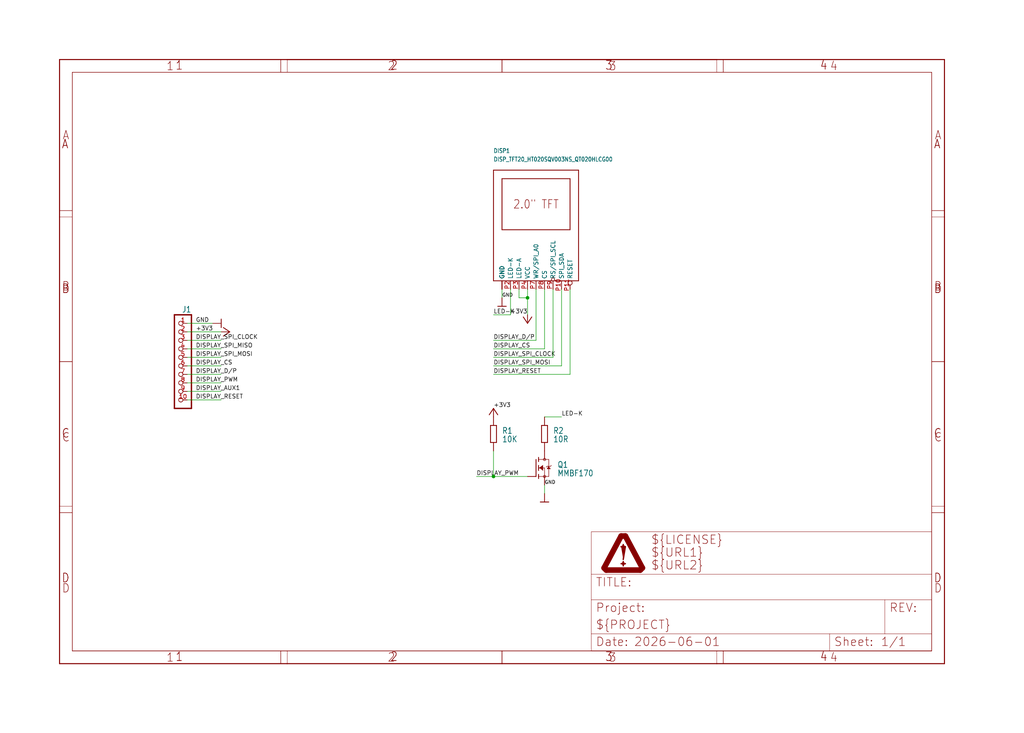
<source format=kicad_sch>
(kicad_sch (version 20230121) (generator eeschema)
  (paper "User" 305.689 218.821)
  (lib_symbols
    (symbol "working-eagle-import:CON-FPC_X05B20L10T"
      (property "Reference" "J" (at -1.27 15.875 0))
      (symbol "CON-FPC_X05B20L10T_1_0"
        (polyline (pts (xy -1.27 -12.7) (xy -1.27 15.24)) (stroke (width 0.4064)))
        (polyline (pts (xy -1.27 15.24) (xy 3.81 15.24)) (stroke (width 0.4064)))
        (polyline (pts (xy 3.81 -12.7) (xy -1.27 -12.7)) (stroke (width 0.4064)))
        (polyline (pts (xy 3.81 15.24) (xy 3.81 -12.7)) (stroke (width 0.4064)))
        (pin passive inverted (at 0 12.7 0) (length 2.54) (name "1") (number "1"))
        (pin passive inverted (at 0 -10.16 0) (length 2.54) (name "10") (number "10"))
        (pin passive inverted (at 0 10.16 0) (length 2.54) (name "2") (number "2"))
        (pin passive inverted (at 0 7.62 0) (length 2.54) (name "3") (number "3"))
        (pin passive inverted (at 0 5.08 0) (length 2.54) (name "4") (number "4"))
        (pin passive inverted (at 0 2.54 0) (length 2.54) (name "5") (number "5"))
        (pin passive inverted (at 0 0 0) (length 2.54) (name "6") (number "6"))
        (pin passive inverted (at 0 -2.54 0) (length 2.54) (name "7") (number "7"))
        (pin passive inverted (at 0 -5.08 0) (length 2.54) (name "8") (number "8"))
        (pin passive inverted (at 0 -7.62 0) (length 2.54) (name "9") (number "9"))
      )
    )
    (symbol "working-eagle-import:DISP_TFT20_HT020SQV003NS_QT020HLCG00"
      (property "Reference" "DISP" (at 0 38.1 0))
      (symbol "DISP_TFT20_HT020SQV003NS_QT020HLCG00_1_0"
        (polyline (pts (xy 0 0) (xy 0 33.02)) (stroke (width 0.254)))
        (polyline (pts (xy 0 33.02) (xy 25.4 33.02)) (stroke (width 0.254)))
        (polyline (pts (xy 2.54 15.24) (xy 2.54 30.48)) (stroke (width 0.254)))
        (polyline (pts (xy 2.54 30.48) (xy 22.86 30.48)) (stroke (width 0.254)))
        (polyline (pts (xy 22.86 15.24) (xy 2.54 15.24)) (stroke (width 0.254)))
        (polyline (pts (xy 22.86 30.48) (xy 22.86 15.24)) (stroke (width 0.254)))
        (polyline (pts (xy 25.4 0) (xy 0 0)) (stroke (width 0.254)))
        (polyline (pts (xy 25.4 33.02) (xy 25.4 0)) (stroke (width 0.254)))
        (text "2.0\" TFT" (at 12.7 22.86 0) (effects (font (size 2.54 2.159))))
        (pin power_in line (at 2.54 -2.54 90) (length 2.54) (name "GND") (number "P1"))
        (pin bidirectional line (at 20.32 -2.54 90) (length 2.54) (name "SPI_SDA") (number "P10"))
        (pin input inverted (at 22.86 -2.54 90) (length 2.54) (name "RESET") (number "P11"))
        (pin power_in line (at 2.54 -2.54 90) (length 2.54) (name "GND") (number "P12"))
        (pin power_in line (at 5.08 -2.54 90) (length 2.54) (name "LED-K") (number "P2"))
        (pin power_in line (at 7.62 -2.54 90) (length 2.54) (name "LED-A") (number "P3"))
        (pin power_in line (at 10.16 -2.54 90) (length 2.54) (name "VCC") (number "P4"))
        (pin power_in line (at 2.54 -2.54 90) (length 2.54) (name "GND") (number "P5"))
        (pin power_in line (at 2.54 -2.54 90) (length 2.54) (name "GND") (number "P6"))
        (pin input line (at 12.7 -2.54 90) (length 2.54) (name "WR/SPI_A0") (number "P7"))
        (pin input line (at 15.24 -2.54 90) (length 2.54) (name "CS") (number "P8"))
        (pin input clock (at 17.78 -2.54 90) (length 2.54) (name "RS/SPI_SCL") (number "P9"))
      )
    )
    (symbol "working-eagle-import:FRAME_DINA4_L"
      (symbol "FRAME_DINA4_L_1_0"
        (polyline (pts (xy 0 0) (xy 67.945 0)) (stroke (width 0.3)))
        (polyline (pts (xy 0 45.085) (xy 3.81 45.085)))
        (polyline (pts (xy 0 46.99) (xy 0 0)) (stroke (width 0.3)))
        (polyline (pts (xy 0 46.99) (xy 3.81 46.99)) (stroke (width 0.1)))
        (polyline (pts (xy 0 90.17) (xy 0 46.99)) (stroke (width 0.3)))
        (polyline (pts (xy 0 90.17) (xy 3.81 90.17)))
        (polyline (pts (xy 0 90.17) (xy 3.81 90.17)) (stroke (width 0.1)))
        (polyline (pts (xy 0 133.35) (xy 0 90.17)) (stroke (width 0.3)))
        (polyline (pts (xy 0 133.35) (xy 3.81 133.35)) (stroke (width 0.1)))
        (polyline (pts (xy 0 135.255) (xy 3.81 135.255)))
        (polyline (pts (xy 0 180.34) (xy 0 133.35)) (stroke (width 0.3)))
        (polyline (pts (xy 3.81 3.81) (xy 3.81 176.53)))
        (polyline (pts (xy 3.81 3.81) (xy 67.945 3.81)) (stroke (width 0.1)))
        (polyline (pts (xy 3.81 46.99) (xy 3.81 3.81)) (stroke (width 0.1)))
        (polyline (pts (xy 3.81 90.17) (xy 3.81 46.99)) (stroke (width 0.1)))
        (polyline (pts (xy 3.81 133.35) (xy 3.81 90.17)) (stroke (width 0.1)))
        (polyline (pts (xy 3.81 176.53) (xy 3.81 133.35)) (stroke (width 0.1)))
        (polyline (pts (xy 66.04 0) (xy 66.04 3.81)))
        (polyline (pts (xy 66.04 176.53) (xy 66.04 180.34)))
        (polyline (pts (xy 67.945 0) (xy 67.945 3.81)) (stroke (width 0.1)))
        (polyline (pts (xy 67.945 0) (xy 132.08 0)) (stroke (width 0.3)))
        (polyline (pts (xy 67.945 3.81) (xy 132.08 3.81)) (stroke (width 0.1)))
        (polyline (pts (xy 67.945 176.53) (xy 3.81 176.53)) (stroke (width 0.1)))
        (polyline (pts (xy 67.945 180.34) (xy 0 180.34)) (stroke (width 0.3)))
        (polyline (pts (xy 67.945 180.34) (xy 67.945 176.53)) (stroke (width 0.1)))
        (polyline (pts (xy 132.08 0) (xy 132.08 3.81)))
        (polyline (pts (xy 132.08 0) (xy 132.08 3.81)) (stroke (width 0.1)))
        (polyline (pts (xy 132.08 0) (xy 196.215 0)) (stroke (width 0.3)))
        (polyline (pts (xy 132.08 3.81) (xy 196.215 3.81)) (stroke (width 0.1)))
        (polyline (pts (xy 132.08 176.53) (xy 67.945 176.53)) (stroke (width 0.1)))
        (polyline (pts (xy 132.08 176.53) (xy 132.08 180.34)))
        (polyline (pts (xy 132.08 180.34) (xy 67.945 180.34)) (stroke (width 0.3)))
        (polyline (pts (xy 132.08 180.34) (xy 132.08 176.53)) (stroke (width 0.1)))
        (polyline (pts (xy 196.215 0) (xy 196.215 3.81)) (stroke (width 0.1)))
        (polyline (pts (xy 196.215 0) (xy 264.16 0)) (stroke (width 0.3)))
        (polyline (pts (xy 196.215 3.81) (xy 260.35 3.81)) (stroke (width 0.1)))
        (polyline (pts (xy 196.215 176.53) (xy 132.08 176.53)) (stroke (width 0.1)))
        (polyline (pts (xy 196.215 180.34) (xy 67.945 180.34)) (stroke (width 0.3)))
        (polyline (pts (xy 196.215 180.34) (xy 132.08 180.34)) (stroke (width 0.3)))
        (polyline (pts (xy 196.215 180.34) (xy 196.215 176.53)) (stroke (width 0.1)))
        (polyline (pts (xy 198.12 0) (xy 198.12 3.81)))
        (polyline (pts (xy 198.12 176.53) (xy 198.12 180.34)))
        (polyline (pts (xy 260.35 3.81) (xy 3.81 3.81)))
        (polyline (pts (xy 260.35 3.81) (xy 260.35 46.99)) (stroke (width 0.1)))
        (polyline (pts (xy 260.35 3.81) (xy 260.35 176.53)))
        (polyline (pts (xy 260.35 45.085) (xy 264.16 45.085)))
        (polyline (pts (xy 260.35 46.99) (xy 260.35 90.17)) (stroke (width 0.1)))
        (polyline (pts (xy 260.35 90.17) (xy 260.35 133.35)) (stroke (width 0.1)))
        (polyline (pts (xy 260.35 90.17) (xy 264.16 90.17)))
        (polyline (pts (xy 260.35 133.35) (xy 260.35 176.53)) (stroke (width 0.1)))
        (polyline (pts (xy 260.35 135.255) (xy 264.16 135.255)))
        (polyline (pts (xy 260.35 176.53) (xy 3.81 176.53)))
        (polyline (pts (xy 260.35 176.53) (xy 196.215 176.53)) (stroke (width 0.1)))
        (polyline (pts (xy 264.16 0) (xy 264.16 46.99)) (stroke (width 0.3)))
        (polyline (pts (xy 264.16 46.99) (xy 260.35 46.99)) (stroke (width 0.1)))
        (polyline (pts (xy 264.16 46.99) (xy 264.16 90.17)) (stroke (width 0.3)))
        (polyline (pts (xy 264.16 90.17) (xy 260.35 90.17)) (stroke (width 0.1)))
        (polyline (pts (xy 264.16 90.17) (xy 264.16 133.35)) (stroke (width 0.3)))
        (polyline (pts (xy 264.16 133.35) (xy 260.35 133.35)) (stroke (width 0.1)))
        (polyline (pts (xy 264.16 133.35) (xy 264.16 180.34)) (stroke (width 0.3)))
        (polyline (pts (xy 264.16 180.34) (xy 196.215 180.34)) (stroke (width 0.3)))
        (polyline (pts (xy 0 0) (xy 264.16 0) (xy 264.16 180.34) (xy 0 180.34) (xy 0 0)))
        (text "1" (at 33.02 1.905 0) (effects (font (size 2.54 2.286))))
        (text "1" (at 33.02 178.435 0) (effects (font (size 2.54 2.286))))
        (text "1" (at 34.5725 0.6 0) (effects (font (size 2.61 2.2185)) (justify left bottom)))
        (text "1" (at 34.5725 0.6 0) (effects (font (size 2.61 2.2185)) (justify left bottom)))
        (text "1" (at 34.5725 177.13 0) (effects (font (size 2.61 2.2185)) (justify left bottom)))
        (text "1" (at 34.5725 177.13 0) (effects (font (size 2.61 2.2185)) (justify left bottom)))
        (text "2" (at 98.7075 0.6 0) (effects (font (size 2.61 2.2185)) (justify left bottom)))
        (text "2" (at 98.7075 0.6 0) (effects (font (size 2.61 2.2185)) (justify left bottom)))
        (text "2" (at 98.7075 177.13 0) (effects (font (size 2.61 2.2185)) (justify left bottom)))
        (text "2" (at 98.7075 177.13 0) (effects (font (size 2.61 2.2185)) (justify left bottom)))
        (text "2" (at 99.06 1.905 0) (effects (font (size 2.54 2.286))))
        (text "2" (at 99.06 178.435 0) (effects (font (size 2.54 2.286))))
        (text "3" (at 162.8425 0.6 0) (effects (font (size 2.61 2.2185)) (justify left bottom)))
        (text "3" (at 162.8425 0.6 0) (effects (font (size 2.61 2.2185)) (justify left bottom)))
        (text "3" (at 162.8425 177.13 0) (effects (font (size 2.61 2.2185)) (justify left bottom)))
        (text "3" (at 162.8425 177.13 0) (effects (font (size 2.61 2.2185)) (justify left bottom)))
        (text "3" (at 165.1 1.905 0) (effects (font (size 2.54 2.286))))
        (text "3" (at 165.1 178.435 0) (effects (font (size 2.54 2.286))))
        (text "4" (at 226.9775 0.6 0) (effects (font (size 2.61 2.2185)) (justify left bottom)))
        (text "4" (at 226.9775 0.6 0) (effects (font (size 2.61 2.2185)) (justify left bottom)))
        (text "4" (at 226.9775 177.13 0) (effects (font (size 2.61 2.2185)) (justify left bottom)))
        (text "4" (at 226.9775 177.13 0) (effects (font (size 2.61 2.2185)) (justify left bottom)))
        (text "4" (at 231.14 1.905 0) (effects (font (size 2.54 2.286))))
        (text "4" (at 231.14 178.435 0) (effects (font (size 2.54 2.286))))
        (text "A" (at 0.6 153.635 0) (effects (font (size 2.61 2.2185)) (justify left bottom)))
        (text "A" (at 0.6 153.635 0) (effects (font (size 2.61 2.2185)) (justify left bottom)))
        (text "A" (at 1.905 157.7975 0) (effects (font (size 2.54 2.286))))
        (text "A" (at 260.95 153.635 0) (effects (font (size 2.61 2.2185)) (justify left bottom)))
        (text "A" (at 260.95 153.635 0) (effects (font (size 2.61 2.2185)) (justify left bottom)))
        (text "A" (at 262.255 157.7975 0) (effects (font (size 2.54 2.286))))
        (text "B" (at 0.6 110.455 0) (effects (font (size 2.61 2.2185)) (justify left bottom)))
        (text "B" (at 0.6 110.455 0) (effects (font (size 2.61 2.2185)) (justify left bottom)))
        (text "B" (at 1.905 112.7125 0) (effects (font (size 2.54 2.286))))
        (text "B" (at 260.95 110.455 0) (effects (font (size 2.61 2.2185)) (justify left bottom)))
        (text "B" (at 260.95 110.455 0) (effects (font (size 2.61 2.2185)) (justify left bottom)))
        (text "B" (at 262.255 112.7125 0) (effects (font (size 2.54 2.286))))
        (text "C" (at 0.6 67.275 0) (effects (font (size 2.61 2.2185)) (justify left bottom)))
        (text "C" (at 0.6 67.275 0) (effects (font (size 2.61 2.2185)) (justify left bottom)))
        (text "C" (at 1.905 67.6275 0) (effects (font (size 2.54 2.286))))
        (text "C" (at 260.95 67.275 0) (effects (font (size 2.61 2.2185)) (justify left bottom)))
        (text "C" (at 260.95 67.275 0) (effects (font (size 2.61 2.2185)) (justify left bottom)))
        (text "C" (at 262.255 67.6275 0) (effects (font (size 2.54 2.286))))
        (text "D" (at 0.6 24.095 0) (effects (font (size 2.61 2.2185)) (justify left bottom)))
        (text "D" (at 0.6 24.095 0) (effects (font (size 2.61 2.2185)) (justify left bottom)))
        (text "D" (at 1.905 22.5425 0) (effects (font (size 2.54 2.286))))
        (text "D" (at 260.95 24.095 0) (effects (font (size 2.61 2.2185)) (justify left bottom)))
        (text "D" (at 260.95 24.095 0) (effects (font (size 2.61 2.2185)) (justify left bottom)))
        (text "D" (at 262.255 22.5425 0) (effects (font (size 2.54 2.286))))
      )
      (symbol "FRAME_DINA4_L_2_0"
        (polyline (pts (xy 0 0) (xy 0 5.08)) (stroke (width 0.1016)))
        (polyline (pts (xy 0 0) (xy 71.12 0)) (stroke (width 0.1016)))
        (polyline (pts (xy 0 5.08) (xy 0 15.24)) (stroke (width 0.1016)))
        (polyline (pts (xy 0 5.08) (xy 71.12 5.08)) (stroke (width 0.1016)))
        (polyline (pts (xy 0 15.24) (xy 0 22.86)) (stroke (width 0.1016)))
        (polyline (pts (xy 0 22.86) (xy 0 35.56)) (stroke (width 0.1016)))
        (polyline (pts (xy 0 22.86) (xy 101.6 22.86)) (stroke (width 0.1016)))
        (polyline (pts (xy 3.81 24.765) (xy 8.89 34.29)) (stroke (width 1.6764)))
        (polyline (pts (xy 4.445 24.13) (xy 3.81 24.765)) (stroke (width 1.6764)))
        (polyline (pts (xy 8.89 34.29) (xy 10.16 34.29)) (stroke (width 1.6764)))
        (polyline (pts (xy 10.16 34.29) (xy 15.24 24.765)) (stroke (width 1.6764)))
        (polyline (pts (xy 14.605 24.13) (xy 4.445 24.13)) (stroke (width 1.6764)))
        (polyline (pts (xy 15.24 24.765) (xy 14.605 24.13)) (stroke (width 1.6764)))
        (polyline (pts (xy 71.12 0) (xy 101.6 0)) (stroke (width 0.1016)))
        (polyline (pts (xy 71.12 5.08) (xy 71.12 0)) (stroke (width 0.1016)))
        (polyline (pts (xy 71.12 5.08) (xy 87.63 5.08)) (stroke (width 0.1016)))
        (polyline (pts (xy 87.63 5.08) (xy 101.6 5.08)) (stroke (width 0.1016)))
        (polyline (pts (xy 87.63 15.24) (xy 0 15.24)) (stroke (width 0.1016)))
        (polyline (pts (xy 87.63 15.24) (xy 87.63 5.08)) (stroke (width 0.1016)))
        (polyline (pts (xy 101.6 5.08) (xy 101.6 0)) (stroke (width 0.1016)))
        (polyline (pts (xy 101.6 15.24) (xy 87.63 15.24)) (stroke (width 0.1016)))
        (polyline (pts (xy 101.6 15.24) (xy 101.6 5.08)) (stroke (width 0.1016)))
        (polyline (pts (xy 101.6 22.86) (xy 101.6 15.24)) (stroke (width 0.1016)))
        (polyline (pts (xy 101.6 35.56) (xy 0 35.56)) (stroke (width 0.1016)))
        (polyline (pts (xy 101.6 35.56) (xy 101.6 22.86)) (stroke (width 0.1016)))
        (polyline (pts (xy 8.89 31.115) (xy 10.16 31.115) (xy 9.525 27.305)) (stroke (width 0.4064)) (fill (type outline)))
        (polyline (pts (xy 8.89 31.115) (xy 9.0151 31.1211) (xy 9.2462 31.2169) (xy 9.4231 31.3938) (xy 9.5189 31.6249) (xy 9.525 31.75) (xy 9.5311 31.6249) (xy 9.6269 31.3938) (xy 9.8038 31.2169) (xy 10.0349 31.1211) (xy 10.16 31.115)) (stroke (width 0.4064)) (fill (type outline)))
        (polyline (pts (xy 9.525 25.4) (xy 9.5311 25.5251) (xy 9.6269 25.7562) (xy 9.8038 25.9331) (xy 10.0349 26.0289) (xy 10.16 26.035) (xy 10.0349 26.0411) (xy 9.8038 26.1369) (xy 9.6269 26.3138) (xy 9.5311 26.5449) (xy 9.525 26.67) (xy 9.5189 26.5449) (xy 9.4231 26.3138) (xy 9.2462 26.1369) (xy 9.0151 26.0411) (xy 8.89 26.035)) (stroke (width 0.4064)) (fill (type outline)))
        (text "${#}/${##}" (at 86.36 1.27 0) (effects (font (size 2.54 2.54)) (justify left bottom)))
        (text "${CURRENT_DATE}" (at 12.7 1.27 0) (effects (font (size 2.54 2.54)) (justify left bottom)))
        (text "${LICENSE}" (at 17.78 31.75 0) (effects (font (size 2.54 2.54)) (justify left bottom)))
        (text "${PROJECTNAME}" (at 17.78 19.05 0) (effects (font (size 2.54 2.54)) (justify left bottom)))
        (text "${PROJECT}" (at 1.27 6.35 0) (effects (font (size 2.54 2.54)) (justify left bottom)))
        (text "${URL1}" (at 17.78 27.94 0) (effects (font (size 2.54 2.54)) (justify left bottom)))
        (text "${URL2}" (at 17.78 24.13 0) (effects (font (size 2.54 2.54)) (justify left bottom)))
        (text "Date:" (at 1.27 1.27 0) (effects (font (size 2.54 2.54)) (justify left bottom)))
        (text "Project:" (at 1.27 11.43 0) (effects (font (size 2.54 2.54)) (justify left bottom)))
        (text "REV:" (at 88.9 11.43 0) (effects (font (size 2.54 2.54)) (justify left bottom)))
        (text "Sheet:" (at 72.39 1.27 0) (effects (font (size 2.54 2.54)) (justify left bottom)))
        (text "TITLE:" (at 1.27 19.05 0) (effects (font (size 2.54 2.54)) (justify left bottom)))
      )
    )
    (symbol "working-eagle-import:R-EU_R0603"
      (property "Reference" "R" (at -3.81 1.4986 0))
      (symbol "R-EU_R0603_1_0"
        (polyline (pts (xy -2.54 -0.889) (xy -2.54 0.889)) (stroke (width 0.254)))
        (polyline (pts (xy -2.54 -0.889) (xy 2.54 -0.889)) (stroke (width 0.254)))
        (polyline (pts (xy 2.54 -0.889) (xy 2.54 0.889)) (stroke (width 0.254)))
        (polyline (pts (xy 2.54 0.889) (xy -2.54 0.889)) (stroke (width 0.254)))
        (pin passive line (at -5.08 0 0) (length 2.54) (name "1") (number "1"))
        (pin passive line (at 5.08 0 180) (length 2.54) (name "2") (number "2"))
      )
    )
    (symbol "working-eagle-import:SUPPLY_+3V3" (power)
      (property "Value" "SUPPLY_+3V3" (at 0 2.54 0))
      (symbol "SUPPLY_+3V3_1_0"
        (polyline (pts (xy 0 2.54) (xy -1.27 0.635)) (stroke (width 0.254)))
        (polyline (pts (xy 1.27 0.635) (xy 0 2.54)) (stroke (width 0.254)))
        (pin power_in line (at 0 0 90) (length 2.54) (name "+3V3") (number "1"))
      )
    )
    (symbol "working-eagle-import:SUPPLY_GND" (power)
      (property "Value" "SUPPLY_GND" (at -1.524 -2.032 0))
      (symbol "SUPPLY_GND_1_0"
        (polyline (pts (xy 1.27 0) (xy -1.27 0)) (stroke (width 0.254)))
        (pin power_in line (at 0 2.54 270) (length 2.54) (name "GND") (number "1"))
      )
    )
    (symbol "working-eagle-import:TRANSISTOR_FET_BS170-SOT-23"
      (property "Reference" "Q" (at -11.43 2.54 0))
      (symbol "TRANSISTOR_FET_BS170-SOT-23_1_0"
        (polyline (pts (xy 0 2.54) (xy 0 -2.54)) (stroke (width 0.254)))
        (polyline (pts (xy 0.762 -2.54) (xy 0.762 -3.175)) (stroke (width 0.254)))
        (polyline (pts (xy 0.762 -1.905) (xy 0.762 -2.54)) (stroke (width 0.254)))
        (polyline (pts (xy 0.762 0) (xy 0.762 -0.762)) (stroke (width 0.254)))
        (polyline (pts (xy 0.762 0) (xy 2.54 0)) (stroke (width 0.1524)))
        (polyline (pts (xy 0.762 0.762) (xy 0.762 0)) (stroke (width 0.254)))
        (polyline (pts (xy 0.762 2.54) (xy 0.762 1.905)) (stroke (width 0.254)))
        (polyline (pts (xy 0.762 2.54) (xy 3.81 2.54)) (stroke (width 0.1524)))
        (polyline (pts (xy 0.762 3.175) (xy 0.762 2.54)) (stroke (width 0.254)))
        (polyline (pts (xy 2.54 -2.54) (xy 0.762 -2.54)) (stroke (width 0.1524)))
        (polyline (pts (xy 2.54 -2.54) (xy 3.81 -2.54)) (stroke (width 0.1524)))
        (polyline (pts (xy 2.54 0) (xy 2.54 -2.54)) (stroke (width 0.1524)))
        (polyline (pts (xy 3.302 0.508) (xy 3.048 0.254)) (stroke (width 0.1524)))
        (polyline (pts (xy 3.81 0.508) (xy 3.302 0.508)) (stroke (width 0.1524)))
        (polyline (pts (xy 3.81 0.508) (xy 3.81 -2.54)) (stroke (width 0.1524)))
        (polyline (pts (xy 3.81 2.54) (xy 3.81 0.508)) (stroke (width 0.1524)))
        (polyline (pts (xy 4.318 0.508) (xy 3.81 0.508)) (stroke (width 0.1524)))
        (polyline (pts (xy 4.572 0.762) (xy 4.318 0.508)) (stroke (width 0.1524)))
        (polyline (pts (xy 1.016 0) (xy 2.032 0.762) (xy 2.032 -0.762)) (stroke (width 0.1524)) (fill (type outline)))
        (polyline (pts (xy 3.81 0.508) (xy 3.302 -0.254) (xy 4.318 -0.254)) (stroke (width 0.1524)) (fill (type outline)))
        (circle (center 2.54 -2.54) (radius 0.3592))
        (circle (center 2.54 2.54) (radius 0.3592))
        (pin passive line (at -2.54 -2.54 0) (length 2.54) (name "G") (number "1"))
        (pin passive line (at 2.54 -5.08 90) (length 2.54) (name "S") (number "2"))
        (pin passive line (at 2.54 5.08 270) (length 2.54) (name "D") (number "3"))
      )
    )
  )
  (junction (at 157.48 88.9))
  (junction (at 147.32 142.24))
  (wire (pts (xy 165.1 106.68) (xy 147.32 106.68)) (stroke (width 0.1524)))
  (wire (pts (xy 147.32 142.24) (xy 147.32 134.62)) (stroke (width 0.1524)))
  (wire (pts (xy 55.88 114.3) (xy 66.04 114.3)) (stroke (width 0.1524)))
  (wire (pts (xy 162.56 124.46) (xy 167.64 124.46)) (stroke (width 0.1524)))
  (wire (pts (xy 152.4 93.98) (xy 147.32 93.98)) (stroke (width 0.1524)))
  (wire (pts (xy 149.86 88.9) (xy 149.86 86.36)) (stroke (width 0.1524)))
  (wire (pts (xy 160.02 101.6) (xy 147.32 101.6)) (stroke (width 0.1524)))
  (wire (pts (xy 154.94 88.9) (xy 157.48 88.9)) (stroke (width 0.1524)))
  (wire (pts (xy 170.18 111.76) (xy 147.32 111.76)) (stroke (width 0.1524)))
  (wire (pts (xy 157.48 142.24) (xy 147.32 142.24)) (stroke (width 0.1524)))
  (wire (pts (xy 55.88 116.84) (xy 66.04 116.84)) (stroke (width 0.1524)))
  (wire (pts (xy 63.5 96.52) (xy 55.88 96.52)) (stroke (width 0.1524)))
  (wire (pts (xy 55.88 104.14) (xy 66.04 104.14)) (stroke (width 0.1524)))
  (wire (pts (xy 167.64 109.22) (xy 147.32 109.22)) (stroke (width 0.1524)))
  (wire (pts (xy 55.88 101.6) (xy 66.04 101.6)) (stroke (width 0.1524)))
  (wire (pts (xy 154.94 86.36) (xy 154.94 88.9)) (stroke (width 0.1524)))
  (wire (pts (xy 147.32 142.24) (xy 142.24 142.24)) (stroke (width 0.1524)))
  (wire (pts (xy 162.56 86.36) (xy 162.56 104.14)) (stroke (width 0.1524)))
  (wire (pts (xy 170.18 86.36) (xy 170.18 111.76)) (stroke (width 0.1524)))
  (wire (pts (xy 55.88 119.38) (xy 66.04 119.38)) (stroke (width 0.1524)))
  (wire (pts (xy 167.64 86.36) (xy 167.64 109.22)) (stroke (width 0.1524)))
  (wire (pts (xy 55.88 111.76) (xy 66.04 111.76)) (stroke (width 0.1524)))
  (wire (pts (xy 157.48 86.36) (xy 157.48 88.9)) (stroke (width 0.1524)))
  (wire (pts (xy 152.4 86.36) (xy 152.4 93.98)) (stroke (width 0.1524)))
  (wire (pts (xy 66.04 99.06) (xy 55.88 99.06)) (stroke (width 0.1524)))
  (wire (pts (xy 157.48 88.9) (xy 157.48 93.98)) (stroke (width 0.1524)))
  (wire (pts (xy 160.02 86.36) (xy 160.02 101.6)) (stroke (width 0.1524)))
  (wire (pts (xy 165.1 86.36) (xy 165.1 106.68)) (stroke (width 0.1524)))
  (wire (pts (xy 162.56 144.78) (xy 162.56 147.32)) (stroke (width 0.1524)))
  (wire (pts (xy 55.88 109.22) (xy 66.04 109.22)) (stroke (width 0.1524)))
  (wire (pts (xy 162.56 104.14) (xy 147.32 104.14)) (stroke (width 0.1524)))
  (wire (pts (xy 55.88 106.68) (xy 66.04 106.68)) (stroke (width 0.1524)))
  (label "+3V3" (at 58.42 99.06 0) (effects (font (size 1.2446 1.2446))))
  (label "DISPLAY_CS" (at 147.32 104.14 0) (effects (font (size 1.2446 1.2446))))
  (label "DISPLAY_SPI_MOSI" (at 147.32 109.22 0) (effects (font (size 1.2446 1.2446))))
  (label "DISPLAY_RESET" (at 147.32 111.76 0) (effects (font (size 1.2446 1.2446))))
  (label "DISPLAY_PWM" (at 58.42 114.3 0) (effects (font (size 1.2446 1.2446))))
  (label "GND" (at 58.42 96.52 0) (effects (font (size 1.2446 1.2446))))
  (label "DISPLAY_CS" (at 58.42 109.22 0) (effects (font (size 1.2446 1.2446))))
  (label "DISPLAY_PWM" (at 142.24 142.24 0) (effects (font (size 1.2446 1.2446))))
  (label "DISPLAY_AUX1" (at 58.42 116.84 0) (effects (font (size 1.2446 1.2446))))
  (label "DISPLAY_SPI_MISO" (at 58.42 104.14 0) (effects (font (size 1.2446 1.2446))))
  (label "DISPLAY_D/P" (at 147.32 101.6 0) (effects (font (size 1.2446 1.2446))))
  (label "GND" (at 149.86 88.9 0) (effects (font (size 1.016 1.016))))
  (label "DISPLAY_SPI_CLOCK" (at 147.32 106.68 0) (effects (font (size 1.2446 1.2446))))
  (label "DISPLAY_D/P" (at 58.42 111.76 0) (effects (font (size 1.2446 1.2446))))
  (label "DISPLAY_RESET" (at 58.42 119.38 0) (effects (font (size 1.2446 1.2446))))
  (label "+3V3" (at 147.32 121.92 0) (effects (font (size 1.2446 1.2446))))
  (label "GND" (at 162.56 144.78 0) (effects (font (size 1.016 1.016))))
  (label "DISPLAY_SPI_CLOCK" (at 58.42 101.6 0) (effects (font (size 1.2446 1.2446))))
  (label "DISPLAY_SPI_MOSI" (at 58.42 106.68 0) (effects (font (size 1.2446 1.2446))))
  (label "LED-K" (at 147.32 93.98 0) (effects (font (size 1.2446 1.2446))))
  (label "LED-K" (at 167.64 124.46 0) (effects (font (size 1.2446 1.2446))))
  (label "+3V3" (at 157.48 93.98 180) (effects (font (size 1.2446 1.2446))))
  (symbol (lib_id "working-eagle-import:CON-FPC_X05B20L10T") (at 55.88 109.22 0) (mirror y) (unit 1)
    (property "Reference" "J1" (at 57.15 93.345 0) (effects (font (size 1.778 1.5113)) (justify left bottom)))
    (property "Value" "CON-FPC_X05B20L10T" (effects hide))
    (property "Footprint" "working:X05B20L10T" (effects hide))
  )
  (symbol (lib_id "working-eagle-import:R-EU_R0603") (at 147.32 129.54 90) (unit 1)
    (property "Reference" "R1" (at 149.86 129.54 90) (effects (font (size 1.778 1.5113)) (justify right top)))
    (property "Value" "10K" (at 149.86 132.08 90) (effects (font (size 1.778 1.5113)) (justify right top)))
    (property "Footprint" "working:R0603" (effects hide))
  )
  (symbol (lib_id "working-eagle-import:SUPPLY_+3V3") (at 66.04 99.06 270) (unit 1)
    (property "Reference" "#+3V4" (effects hide))
    (property "Value" "SUPPLY_+3V3" (effects hide))
  )
  (symbol (lib_id "working-eagle-import:DISP_TFT20_HT020SQV003NS_QT020HLCG00") (at 147.32 83.82 0) (unit 1)
    (property "Reference" "DISP1" (at 147.32 45.72 0) (effects (font (size 1.27 1.0795)) (justify left bottom)))
    (property "Value" "DISP_TFT20_HT020SQV003NS_QT020HLCG00" (at 147.32 48.26 0) (effects (font (size 1.27 1.0795)) (justify left bottom)))
    (property "Footprint" "working:HT020SQV003NS_QT020HLCG00" (effects hide))
  )
  (symbol (lib_id "working-eagle-import:SUPPLY_GND") (at 162.56 149.86 0) (unit 1)
    (property "Reference" "#GND2" (effects hide))
    (property "Value" "SUPPLY_GND" (effects hide))
  )
  (symbol (lib_id "working-eagle-import:R-EU_R0603") (at 162.56 129.54 90) (unit 1)
    (property "Reference" "R2" (at 165.1 129.54 90) (effects (font (size 1.778 1.5113)) (justify right top)))
    (property "Value" "10R" (at 165.1 132.08 90) (effects (font (size 1.778 1.5113)) (justify right top)))
    (property "Footprint" "working:R0603" (effects hide))
  )
  (symbol (lib_id "working-eagle-import:FRAME_DINA4_L") (at 176.53 194.31 0) (unit 2)
    (property "Reference" "PAGE1" (effects hide))
    (property "Value" "FRAME_DINA4_L" (effects hide))
    (property "Footprint" "working:DP_LOGO" (effects hide))
  )
  (symbol (lib_id "working-eagle-import:SUPPLY_+3V3") (at 147.32 124.46 0) (unit 1)
    (property "Reference" "#+3V2" (effects hide))
    (property "Value" "SUPPLY_+3V3" (effects hide))
  )
  (symbol (lib_id "working-eagle-import:TRANSISTOR_FET_BS170-SOT-23") (at 160.02 139.7 0) (unit 1)
    (property "Reference" "Q1" (at 166.37 139.7 0) (effects (font (size 1.778 1.5113)) (justify left bottom)))
    (property "Value" "MMBF170" (at 166.37 142.24 0) (effects (font (size 1.778 1.5113)) (justify left bottom)))
    (property "Footprint" "working:SOT-23" (effects hide))
  )
  (symbol (lib_id "working-eagle-import:FRAME_DINA4_L") (at 17.78 198.12 0) (unit 1)
    (property "Reference" "PAGE1" (effects hide))
    (property "Value" "FRAME_DINA4_L" (effects hide))
    (property "Footprint" "working:DP_LOGO" (effects hide))
  )
  (symbol (lib_id "working-eagle-import:SUPPLY_GND") (at 149.86 91.44 0) (unit 1)
    (property "Reference" "#GND3" (effects hide))
    (property "Value" "SUPPLY_GND" (effects hide))
  )
  (symbol (lib_id "working-eagle-import:SUPPLY_+3V3") (at 157.48 93.98 180) (unit 1)
    (property "Reference" "#+3V3" (effects hide))
    (property "Value" "SUPPLY_+3V3" (effects hide))
  )
  (symbol (lib_id "working-eagle-import:SUPPLY_GND") (at 66.04 96.52 90) (unit 1)
    (property "Reference" "#GND4" (effects hide))
    (property "Value" "SUPPLY_GND" (effects hide))
  )
)
</source>
